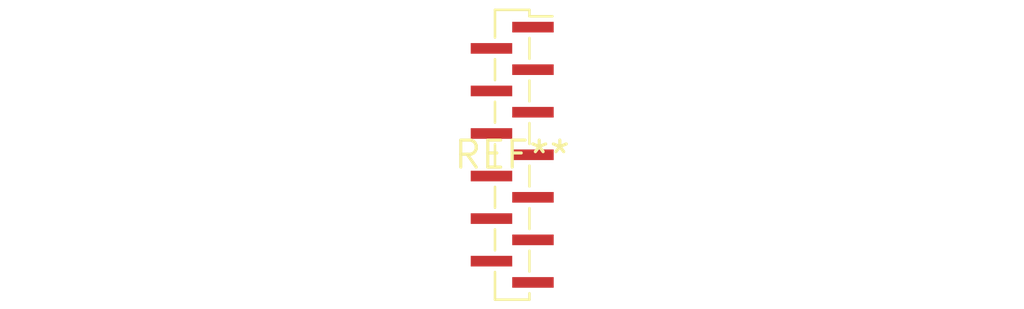
<source format=kicad_pcb>
(kicad_pcb (version 20240108) (generator pcbnew)
  (layers (0 "F.Cu" signal) (31 "B.Cu" signal) (34 "B.Paste" user) (35 "F.Paste" user) (36 "B.SilkS" user "B.Silkscreen") (37 "F.SilkS" user "F.Silkscreen") (38 "B.Mask" user) (39 "F.Mask" user) (44 "Edge.Cuts" user))
  (net 0 "")
  (footprint "PinSocket_1x13_P1.00mm_Vertical_SMD_Pin1Right" (layer "F.Cu") (at 0 0)
    (property "Reference" "REF**")
    (property "Value" "PinSocket_1x13_P1.00mm_Vertical_SMD_Pin1Right")
    (fp_line (start -0.81 -6.81) (end -0.81 -5.51) (layer "F.SilkS") (stroke (width 0.12)))
    (fp_line (start -0.81 -6.81) (end 0.81 -6.81) (layer "F.SilkS") (stroke (width 0.12)))
    (fp_line (start -0.81 -4.49) (end -0.81 -3.51) (layer "F.SilkS") (stroke (width 0.12)))
    (fp_line (start -0.81 -2.49) (end -0.81 -1.51) (layer "F.SilkS") (stroke (width 0.12)))
    (fp_line (start -0.81 -0.49) (end -0.81 0.49) (layer "F.SilkS") (stroke (width 0.12)))
    (fp_line (start -0.81 1.51) (end -0.81 2.49) (layer "F.SilkS") (stroke (width 0.12)))
    (fp_line (start -0.81 3.51) (end -0.81 4.49) (layer "F.SilkS") (stroke (width 0.12)))
    (fp_line (start -0.81 5.51) (end -0.81 6.81) (layer "F.SilkS") (stroke (width 0.12)))
    (fp_line (start -0.81 6.81) (end 0.81 6.81) (layer "F.SilkS") (stroke (width 0.12)))
    (fp_line (start 0.81 -6.81) (end 0.81 -6.51) (layer "F.SilkS") (stroke (width 0.12)))
    (fp_line (start 0.81 -6.51) (end 1.89 -6.51) (layer "F.SilkS") (stroke (width 0.12)))
    (fp_line (start 0.81 -5.49) (end 0.81 -4.51) (layer "F.SilkS") (stroke (width 0.12)))
    (fp_line (start 0.81 -3.49) (end 0.81 -2.51) (layer "F.SilkS") (stroke (width 0.12)))
    (fp_line (start 0.81 -1.49) (end 0.81 -0.51) (layer "F.SilkS") (stroke (width 0.12)))
    (fp_line (start 0.81 0.51) (end 0.81 1.49) (layer "F.SilkS") (stroke (width 0.12)))
    (fp_line (start 0.81 2.51) (end 0.81 3.49) (layer "F.SilkS") (stroke (width 0.12)))
    (fp_line (start 0.81 4.51) (end 0.81 5.49) (layer "F.SilkS") (stroke (width 0.12)))
    (fp_line (start 0.81 6.51) (end 0.81 6.81) (layer "F.SilkS") (stroke (width 0.12)))
    (pad "1" smd rect (at 0.975 -6) (size 1.95 0.5) (layers "F.Cu" "F.Paste" "F.Mask"))
    (pad "2" smd rect (at -0.975 -5) (size 1.95 0.5) (layers "F.Cu" "F.Paste" "F.Mask"))
    (pad "3" smd rect (at 0.975 -4) (size 1.95 0.5) (layers "F.Cu" "F.Paste" "F.Mask"))
    (pad "4" smd rect (at -0.975 -3) (size 1.95 0.5) (layers "F.Cu" "F.Paste" "F.Mask"))
    (pad "5" smd rect (at 0.975 -2) (size 1.95 0.5) (layers "F.Cu" "F.Paste" "F.Mask"))
    (pad "6" smd rect (at -0.975 -1) (size 1.95 0.5) (layers "F.Cu" "F.Paste" "F.Mask"))
    (pad "7" smd rect (at 0.975 0) (size 1.95 0.5) (layers "F.Cu" "F.Paste" "F.Mask"))
    (pad "8" smd rect (at -0.975 1) (size 1.95 0.5) (layers "F.Cu" "F.Paste" "F.Mask"))
    (pad "9" smd rect (at 0.975 2) (size 1.95 0.5) (layers "F.Cu" "F.Paste" "F.Mask"))
    (pad "10" smd rect (at -0.975 3) (size 1.95 0.5) (layers "F.Cu" "F.Paste" "F.Mask"))
    (pad "11" smd rect (at 0.975 4) (size 1.95 0.5) (layers "F.Cu" "F.Paste" "F.Mask"))
    (pad "12" smd rect (at -0.975 5) (size 1.95 0.5) (layers "F.Cu" "F.Paste" "F.Mask"))
    (pad "13" smd rect (at 0.975 6) (size 1.95 0.5) (layers "F.Cu" "F.Paste" "F.Mask"))
  )
)
</source>
